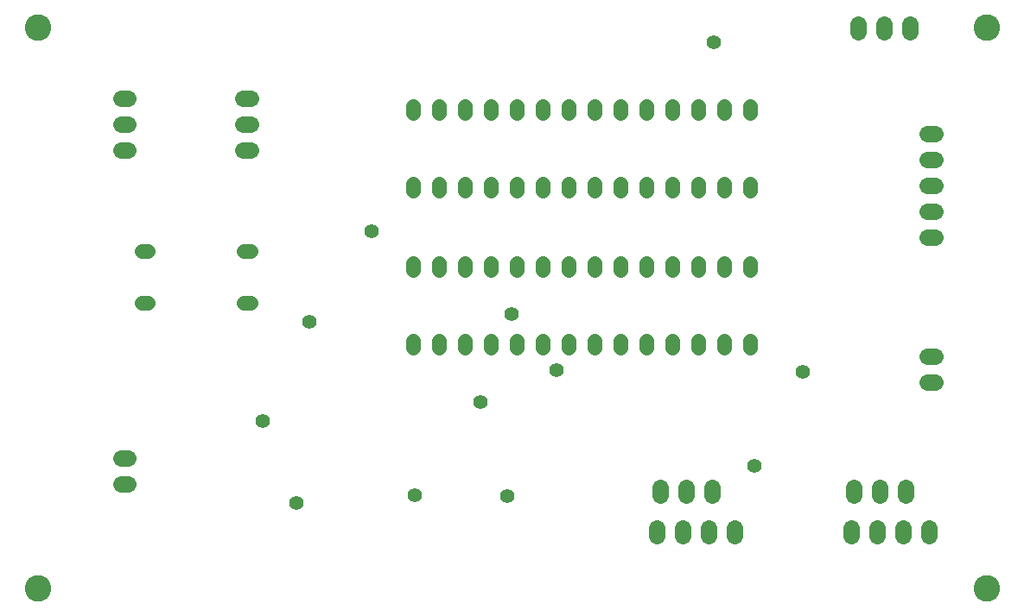
<source format=gbr>
G04 EAGLE Gerber RS-274X export*
G75*
%MOMM*%
%FSLAX34Y34*%
%LPD*%
%INSoldermask Bottom*%
%IPPOS*%
%AMOC8*
5,1,8,0,0,1.08239X$1,22.5*%
G01*
%ADD10C,2.601600*%
%ADD11C,1.422400*%
%ADD12C,1.409600*%
%ADD13C,1.625600*%
%ADD14C,1.609600*%
%ADD15C,1.409600*%


D10*
X25000Y25000D03*
X25000Y575000D03*
X955000Y575000D03*
X955000Y25000D03*
D11*
X722600Y491298D02*
X722600Y497902D01*
X697200Y497902D02*
X697200Y491298D01*
X671800Y491298D02*
X671800Y497902D01*
X646400Y497902D02*
X646400Y491298D01*
X621000Y491298D02*
X621000Y497902D01*
X595600Y497902D02*
X595600Y491298D01*
X570200Y491298D02*
X570200Y497902D01*
X544800Y497902D02*
X544800Y491298D01*
X519400Y491298D02*
X519400Y497902D01*
X494000Y497902D02*
X494000Y491298D01*
X468600Y491298D02*
X468600Y497902D01*
X443200Y497902D02*
X443200Y491298D01*
X417800Y491298D02*
X417800Y497902D01*
X392400Y497902D02*
X392400Y491298D01*
X392400Y421702D02*
X392400Y415098D01*
X417800Y415098D02*
X417800Y421702D01*
X443200Y421702D02*
X443200Y415098D01*
X468600Y415098D02*
X468600Y421702D01*
X494000Y421702D02*
X494000Y415098D01*
X519400Y415098D02*
X519400Y421702D01*
X544800Y421702D02*
X544800Y415098D01*
X570200Y415098D02*
X570200Y421702D01*
X595600Y421702D02*
X595600Y415098D01*
X621000Y415098D02*
X621000Y421702D01*
X646400Y421702D02*
X646400Y415098D01*
X671800Y415098D02*
X671800Y421702D01*
X697200Y421702D02*
X697200Y415098D01*
X722600Y415098D02*
X722600Y421702D01*
X722600Y343602D02*
X722600Y336998D01*
X697200Y336998D02*
X697200Y343602D01*
X671800Y343602D02*
X671800Y336998D01*
X646400Y336998D02*
X646400Y343602D01*
X621000Y343602D02*
X621000Y336998D01*
X595600Y336998D02*
X595600Y343602D01*
X570200Y343602D02*
X570200Y336998D01*
X544800Y336998D02*
X544800Y343602D01*
X519400Y343602D02*
X519400Y336998D01*
X494000Y336998D02*
X494000Y343602D01*
X468600Y343602D02*
X468600Y336998D01*
X443200Y336998D02*
X443200Y343602D01*
X417800Y343602D02*
X417800Y336998D01*
X392400Y336998D02*
X392400Y343602D01*
X392400Y267402D02*
X392400Y260798D01*
X417800Y260798D02*
X417800Y267402D01*
X443200Y267402D02*
X443200Y260798D01*
X468600Y260798D02*
X468600Y267402D01*
X494000Y267402D02*
X494000Y260798D01*
X519400Y260798D02*
X519400Y267402D01*
X544800Y267402D02*
X544800Y260798D01*
X570200Y260798D02*
X570200Y267402D01*
X595600Y267402D02*
X595600Y260798D01*
X621000Y260798D02*
X621000Y267402D01*
X646400Y267402D02*
X646400Y260798D01*
X671800Y260798D02*
X671800Y267402D01*
X697200Y267402D02*
X697200Y260798D01*
X722600Y260798D02*
X722600Y267402D01*
D12*
X133270Y304600D02*
X126730Y304600D01*
X126730Y355400D02*
X133270Y355400D01*
D13*
X880000Y571190D02*
X880000Y578810D01*
X854600Y578810D02*
X854600Y571190D01*
X829200Y571190D02*
X829200Y578810D01*
D14*
X113770Y127300D02*
X106230Y127300D01*
X106230Y152700D02*
X113770Y152700D01*
X896230Y369200D02*
X903770Y369200D01*
X903770Y394600D02*
X896230Y394600D01*
X896230Y420000D02*
X903770Y420000D01*
X903770Y445400D02*
X896230Y445400D01*
X896230Y470800D02*
X903770Y470800D01*
X233770Y454600D02*
X226230Y454600D01*
X226230Y480000D02*
X233770Y480000D01*
X233770Y505400D02*
X226230Y505400D01*
X113770Y454600D02*
X106230Y454600D01*
X106230Y480000D02*
X113770Y480000D01*
X113770Y505400D02*
X106230Y505400D01*
X896230Y227300D02*
X903770Y227300D01*
X903770Y252700D02*
X896230Y252700D01*
D13*
X824600Y123810D02*
X824600Y116190D01*
X850000Y116190D02*
X850000Y123810D01*
X875400Y123810D02*
X875400Y116190D01*
X634600Y116190D02*
X634600Y123810D01*
X660000Y123810D02*
X660000Y116190D01*
X685400Y116190D02*
X685400Y123810D01*
X898100Y83810D02*
X898100Y76190D01*
X872700Y76190D02*
X872700Y83810D01*
X847300Y83810D02*
X847300Y76190D01*
X821900Y76190D02*
X821900Y83810D01*
X708100Y83810D02*
X708100Y76190D01*
X682700Y76190D02*
X682700Y83810D01*
X657300Y83810D02*
X657300Y76190D01*
X631900Y76190D02*
X631900Y83810D01*
D12*
X233270Y304600D02*
X226730Y304600D01*
X226730Y355400D02*
X233270Y355400D01*
D15*
X278892Y108204D03*
X394716Y115824D03*
X458724Y207264D03*
X485180Y115036D03*
X352500Y375000D03*
X245364Y188976D03*
X291152Y286632D03*
X687324Y560832D03*
X489324Y294012D03*
X533400Y239268D03*
X775000Y237500D03*
X727500Y145000D03*
M02*

</source>
